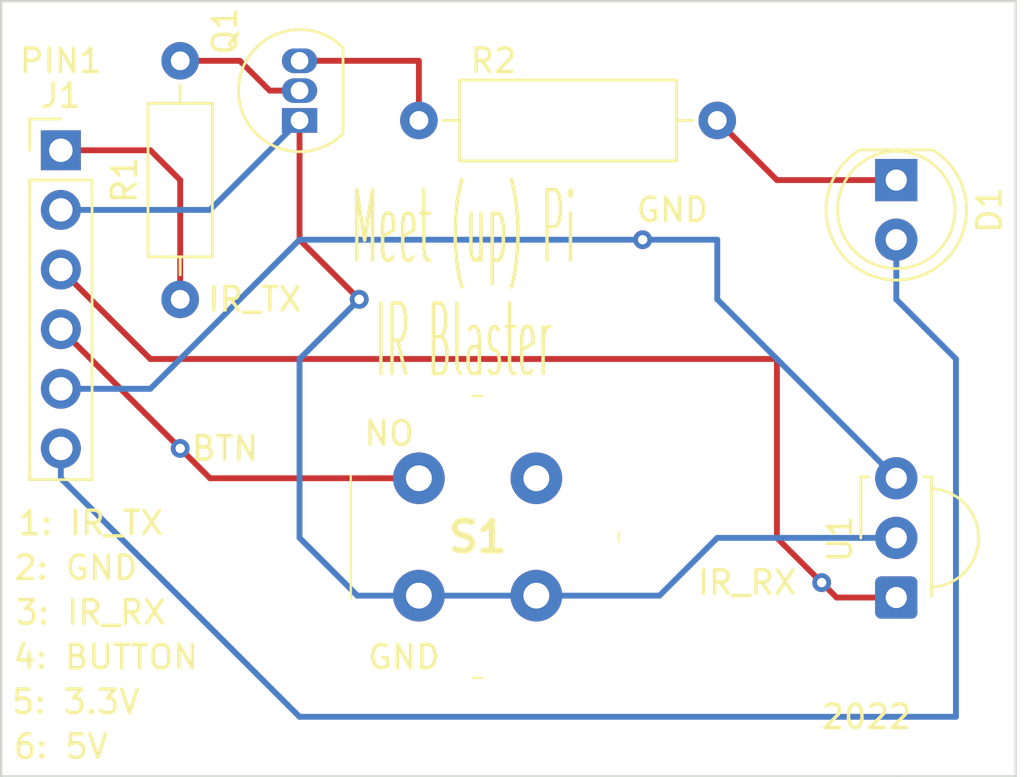
<source format=kicad_pcb>
(kicad_pcb (version 20211014) (generator pcbnew)
  (layers (0 "F.Cu" signal) (31 "B.Cu" signal) (34 "B.Paste" user) (35 "F.Paste" user) (36 "B.SilkS" user "B.Silkscreen") (37 "F.SilkS" user "F.Silkscreen") (38 "B.Mask" user) (39 "F.Mask" user) (44 "Edge.Cuts" user))
  (net 0 "")
  (net 1 "Net-(D1-Pad1)")
  (net 2 "+5V")
  (net 3 "/IR_TX")
  (net 4 "GND")
  (net 5 "/IR_RX")
  (net 6 "/BTN_ACTION")
  (net 7 "+3V3")
  (net 8 "Net-(Q1-Pad2)")
  (net 9 "Net-(Q1-Pad3)")
  (footprint "Package_TO_SOT_THT:TO-92_Inline" (layer "F.Cu") (at 147.32 81.28 90)
    (fp_text reference "Q1" (at 3.81 -3.175 90) (layer "F.SilkS"))
    (fp_text value "2N3904")
    (fp_line (start -0.53 1.85) (end 3.07 1.85) (layer "F.SilkS") (width 0.12))
    (fp_arc (start 1.27 -2.6) (mid 3.672087 -0.994977) (end 3.108478 1.838478) (layer "F.SilkS") (width 0.12))
    (fp_arc (start -0.568478 1.838478) (mid -1.132087 -0.994977) (end 1.27 -2.6) (layer "F.SilkS") (width 0.12))
    (pad "1" thru_hole rect (at 0 0 90) (size 1.05 1.5) (drill 0.75) (layers *.Cu *.Mask) (net 4 "GND"))
    (pad "2" thru_hole oval (at 1.27 0 90) (size 1.05 1.5) (drill 0.75) (layers *.Cu *.Mask) (net 8 "Net-(Q1-Pad2)"))
    (pad "3" thru_hole oval (at 2.54 0 90) (size 1.05 1.5) (drill 0.75) (layers *.Cu *.Mask) (net 9 "Net-(Q1-Pad3)"))
  )
  (footprint "OptoDevice:Vishay_MINICAST-3Pin" (layer "F.Cu") (at 172.72 101.6 90)
    (fp_text reference "U1" (at 2.5 -2.4 90) (layer "F.SilkS"))
    (fp_text value "TSOP382xx")
    (fp_line (start 5.14 1.16) (end 5.14 1.5) (layer "F.SilkS") (width 0.12))
    (fp_line (start 5.14 -1.51) (end 2.54 -1.51) (layer "F.SilkS") (width 0.12))
    (fp_line (start 5.14 1.5) (end 0.05 1.5) (layer "F.SilkS") (width 0.12))
    (fp_line (start 5.14 -1.16) (end 5.14 -1.51) (layer "F.SilkS") (width 0.12))
    (fp_arc (start 4.64 1.5) (mid 2.540869 3.502378) (end 0.440083 1.501736) (layer "F.SilkS") (width 0.12))
    (pad "1" thru_hole roundrect (at 0 0 90) (size 1.8 1.8) (drill 0.9) (layers *.Cu *.Mask) (roundrect_rratio 0.139) (net 5 "/IR_RX"))
    (pad "2" thru_hole circle (at 2.54 0 90) (size 1.8 1.8) (drill 0.9) (layers *.Cu *.Mask) (net 4 "GND"))
    (pad "3" thru_hole circle (at 5.08 0 90) (size 1.8 1.8) (drill 0.9) (layers *.Cu *.Mask) (net 7 "+3V3"))
  )
  (footprint "Connector_PinHeader_2.54mm:PinHeader_1x06_P2.54mm_Vertical" (layer "F.Cu") (at 137.16 82.55)
    (fp_text reference "J1" (at 0 -2.33) (layer "F.SilkS"))
    (fp_text value "Conn_01x06_Male")
    (fp_line (start -1.33 14.03) (end 1.33 14.03) (layer "F.SilkS") (width 0.12))
    (fp_line (start -1.33 1.27) (end 1.33 1.27) (layer "F.SilkS") (width 0.12))
    (fp_line (start -1.33 0) (end -1.33 -1.33) (layer "F.SilkS") (width 0.12))
    (fp_line (start 1.33 1.27) (end 1.33 14.03) (layer "F.SilkS") (width 0.12))
    (fp_line (start -1.33 -1.33) (end 0 -1.33) (layer "F.SilkS") (width 0.12))
    (fp_line (start -1.33 1.27) (end -1.33 14.03) (layer "F.SilkS") (width 0.12))
    (pad "1" thru_hole rect (at 0 0) (size 1.7 1.7) (drill 1) (layers *.Cu *.Mask) (net 3 "/IR_TX"))
    (pad "2" thru_hole oval (at 0 2.54) (size 1.7 1.7) (drill 1) (layers *.Cu *.Mask) (net 4 "GND"))
    (pad "3" thru_hole oval (at 0 5.08) (size 1.7 1.7) (drill 1) (layers *.Cu *.Mask) (net 5 "/IR_RX"))
    (pad "4" thru_hole oval (at 0 7.62) (size 1.7 1.7) (drill 1) (layers *.Cu *.Mask) (net 6 "/BTN_ACTION"))
    (pad "5" thru_hole oval (at 0 10.16) (size 1.7 1.7) (drill 1) (layers *.Cu *.Mask) (net 7 "+3V3"))
    (pad "6" thru_hole oval (at 0 12.7) (size 1.7 1.7) (drill 1) (layers *.Cu *.Mask) (net 2 "+5V"))
  )
  (footprint "LED_THT:LED_D5.0mm_IRGrey" (layer "F.Cu") (at 172.72 83.82 -90)
    (fp_text reference "D1" (at 1.27 -3.96 90) (layer "F.SilkS"))
    (fp_text value "LD271")
    (fp_line (start -1.29 -1.545) (end -1.29 1.545) (layer "F.SilkS") (width 0.12))
    (fp_arc (start 4.26 -0.000462) (mid 2.072002 2.880433) (end -1.29 1.54483) (layer "F.SilkS") (width 0.12))
    (fp_arc (start -1.29 -1.54483) (mid 2.072002 -2.880433) (end 4.26 0.000462) (layer "F.SilkS") (width 0.12))
    (fp_circle (center 1.27 0) (end 3.77 0) (layer "F.SilkS") (width 0.12) (fill none))
    (pad "1" thru_hole rect (at 0 0 270) (size 1.8 1.8) (drill 0.9) (layers *.Cu *.Mask) (net 1 "Net-(D1-Pad1)"))
    (pad "2" thru_hole circle (at 2.54 0 270) (size 1.8 1.8) (drill 0.9) (layers *.Cu *.Mask) (net 2 "+5V"))
  )
  (footprint "Resistor_THT:R_Axial_DIN0309_L9.0mm_D3.2mm_P12.70mm_Horizontal" (layer "F.Cu") (at 165.1 81.28 180)
    (fp_text reference "R2" (at 9.525 2.54) (layer "F.SilkS"))
    (fp_text value "56")
    (fp_line (start 11.66 0) (end 10.97 0) (layer "F.SilkS") (width 0.12))
    (fp_line (start 1.73 -1.72) (end 1.73 1.72) (layer "F.SilkS") (width 0.12))
    (fp_line (start 10.97 -1.72) (end 1.73 -1.72) (layer "F.SilkS") (width 0.12))
    (fp_line (start 1.04 0) (end 1.73 0) (layer "F.SilkS") (width 0.12))
    (fp_line (start 10.97 1.72) (end 10.97 -1.72) (layer "F.SilkS") (width 0.12))
    (fp_line (start 1.73 1.72) (end 10.97 1.72) (layer "F.SilkS") (width 0.12))
    (pad "1" thru_hole circle (at 0 0 180) (size 1.6 1.6) (drill 0.8) (layers *.Cu *.Mask) (net 1 "Net-(D1-Pad1)"))
    (pad "2" thru_hole oval (at 12.7 0 180) (size 1.6 1.6) (drill 0.8) (layers *.Cu *.Mask) (net 9 "Net-(Q1-Pad3)"))
  )
  (footprint "library Loader:D6C50F2LFS" (layer "F.Cu") (at 152.4 96.52)
    (fp_text reference "S1" (at 2.5 2.5) (layer "F.SilkS") (effects (font (size 1.27 1.27) (thickness 0.254))))
    (fp_text value "D6C50F2LFS" hide)
    (fp_line (start 2.3 8.5) (end 2.7 8.5) (layer "F.SilkS") (width 0.1))
    (fp_line (start -2.9 -0.1) (end -2.9 5.1) (layer "F.SilkS") (width 0.1))
    (fp_line (start 8.5 2.3) (end 8.5 2.7) (layer "F.SilkS") (width 0.1))
    (fp_line (start 2.3 -3.5) (end 2.7 -3.5) (layer "F.SilkS") (width 0.1))
    (pad "1" thru_hole circle locked (at 0 0) (size 2.2 2.2) (drill 1.1) (layers *.Cu *.Mask) (net 6 "/BTN_ACTION"))
    (pad "2" thru_hole circle locked (at 5 0) (size 2.2 2.2) (drill 1.1) (layers *.Cu *.Mask))
    (pad "3" thru_hole circle locked (at 0 5) (size 2.2 2.2) (drill 1.1) (layers *.Cu *.Mask) (net 4 "GND"))
    (pad "4" thru_hole circle locked (at 5 5) (size 2.2 2.2) (drill 1.1) (layers *.Cu *.Mask) (net 4 "GND"))
  )
  (footprint "Resistor_THT:R_Axial_DIN0207_L6.3mm_D2.5mm_P10.16mm_Horizontal" (layer "F.Cu") (at 142.24 88.9 90)
    (fp_text reference "R1" (at 5.08 -2.37 90) (layer "F.SilkS"))
    (fp_text value "330")
    (fp_line (start 1.81 -1.37) (end 1.81 1.37) (layer "F.SilkS") (width 0.12))
    (fp_line (start 9.12 0) (end 8.35 0) (layer "F.SilkS") (width 0.12))
    (fp_line (start 1.04 0) (end 1.81 0) (layer "F.SilkS") (width 0.12))
    (fp_line (start 1.81 1.37) (end 8.35 1.37) (layer "F.SilkS") (width 0.12))
    (fp_line (start 8.35 -1.37) (end 1.81 -1.37) (layer "F.SilkS") (width 0.12))
    (fp_line (start 8.35 1.37) (end 8.35 -1.37) (layer "F.SilkS") (width 0.12))
    (pad "1" thru_hole circle (at 0 0 90) (size 1.6 1.6) (drill 0.8) (layers *.Cu *.Mask) (net 3 "/IR_TX"))
    (pad "2" thru_hole oval (at 10.16 0 90) (size 1.6 1.6) (drill 0.8) (layers *.Cu *.Mask) (net 8 "Net-(Q1-Pad2)"))
  )
  (gr_line (start 177.8 76.2) (end 134.62 76.2) (layer "Edge.Cuts") (width 0.1))
  (gr_line (start 134.62 109.22) (end 172.72 109.22) (layer "Edge.Cuts") (width 0.1))
  (gr_line (start 172.72 109.22) (end 177.8 109.22) (layer "Edge.Cuts") (width 0.1))
  (gr_line (start 177.8 109.22) (end 177.8 76.2) (layer "Edge.Cuts") (width 0.1))
  (gr_line (start 134.62 76.2) (end 134.62 109.22) (layer "Edge.Cuts") (width 0.1))
  (gr_text "IR_RX" (at 166.37 100.965) (layer "F.SilkS") (effects (font (size 1 1))))
  (gr_text "PIN1" (at 137.16 78.74) (layer "F.SilkS") (effects (font (size 1 1))))
  (gr_text "6: 5V" (at 137.16 107.95) (layer "F.SilkS") (effects (font (size 1 1))))
  (gr_text "NO" (at 151.13 94.615) (layer "F.SilkS") (effects (font (size 1 1))))
  (gr_text "5: 3.3V" (at 137.795 106.045) (layer "F.SilkS") (effects (font (size 1 1))))
  (gr_text "IR_TX" (at 145.415 88.9) (layer "F.SilkS") (effects (font (size 1 1))))
  (gr_text "1: IR_TX" (at 138.43 98.425) (layer "F.SilkS") (effects (font (size 1 1))))
  (gr_text "2: GND" (at 137.795 100.33) (layer "F.SilkS") (effects (font (size 1 1))))
  (gr_text "4: BUTTON" (at 139.065 104.14) (layer "F.SilkS") (effects (font (size 1 1))))
  (gr_text "GND" (at 163.195 85.09) (layer "F.SilkS") (effects (font (size 1 1))))
  (gr_text "GND" (at 151.765 104.14) (layer "F.SilkS") (effects (font (size 1 1))))
  (gr_text "Meet (up) Pi\nIR Blaster" (at 154.305 88.265) (layer "F.SilkS") (effects (font (size 3 1))))
  (gr_text "3: IR_RX" (at 138.43 102.235) (layer "F.SilkS") (effects (font (size 1 1))))
  (gr_text "2022" (at 171.45 106.68) (layer "F.SilkS") (effects (font (size 1 1))))
  (gr_text "BTN" (at 144.145 95.25) (layer "F.SilkS") (effects (font (size 1 1))))
  (segment (start 172.72 83.82) (end 167.64 83.82) (width 0.25) (layer "F.Cu") (net 1))
  (segment (start 167.64 83.82) (end 165.1 81.28) (width 0.25) (layer "F.Cu") (net 1))
  (segment (start 147.32 106.68) (end 137.16 96.52) (width 0.25) (layer "B.Cu") (net 2))
  (segment (start 172.72 88.9) (end 175.26 91.44) (width 0.25) (layer "B.Cu") (net 2))
  (segment (start 175.26 91.44) (end 175.26 106.68) (width 0.25) (layer "B.Cu") (net 2))
  (segment (start 175.26 106.68) (end 147.32 106.68) (width 0.25) (layer "B.Cu") (net 2))
  (segment (start 137.16 96.52) (end 137.16 95.25) (width 0.25) (layer "B.Cu") (net 2))
  (segment (start 172.72 86.36) (end 172.72 88.9) (width 0.25) (layer "B.Cu") (net 2))
  (segment (start 142.24 88.9) (end 142.24 83.82) (width 0.25) (layer "F.Cu") (net 3))
  (segment (start 140.97 82.55) (end 137.16 82.55) (width 0.25) (layer "F.Cu") (net 3))
  (segment (start 142.24 83.82) (end 140.97 82.55) (width 0.25) (layer "F.Cu") (net 3))
  (segment (start 147.32 86.36) (end 147.32 81.28) (width 0.25) (layer "F.Cu") (net 4))
  (segment (start 149.86 88.9) (end 147.32 86.36) (width 0.25) (layer "F.Cu") (net 4))
  (via (at 149.86 88.9) (size 0.8) (drill 0.4) (layers "F.Cu" "B.Cu") (net 4))
  (via (at 149.86 88.9) (size 0.8) (drill 0.4) (layers "F.Cu" "B.Cu") (net 4))
  (segment (start 137.16 85.09) (end 143.51 85.09) (width 0.25) (layer "B.Cu") (net 4))
  (segment (start 152.4 101.52) (end 149.78 101.52) (width 0.25) (layer "B.Cu") (net 4))
  (segment (start 152.4 101.52) (end 157.4 101.52) (width 0.25) (layer "B.Cu") (net 4))
  (segment (start 143.51 85.09) (end 147.32 81.28) (width 0.25) (layer "B.Cu") (net 4))
  (segment (start 162.64 101.52) (end 165.1 99.06) (width 0.25) (layer "B.Cu") (net 4))
  (segment (start 157.4 101.52) (end 162.64 101.52) (width 0.25) (layer "B.Cu") (net 4))
  (segment (start 147.32 91.44) (end 149.86 88.9) (width 0.25) (layer "B.Cu") (net 4))
  (segment (start 149.78 101.52) (end 147.32 99.06) (width 0.25) (layer "B.Cu") (net 4))
  (segment (start 147.32 99.06) (end 147.32 91.44) (width 0.25) (layer "B.Cu") (net 4))
  (segment (start 165.1 99.06) (end 172.72 99.06) (width 0.25) (layer "B.Cu") (net 4))
  (segment (start 172.72 101.6) (end 170.18 101.6) (width 0.25) (layer "F.Cu") (net 5))
  (segment (start 170.18 101.6) (end 169.545 100.965) (width 0.25) (layer "F.Cu") (net 5))
  (segment (start 140.97 91.44) (end 137.16 87.63) (width 0.25) (layer "F.Cu") (net 5))
  (segment (start 167.64 91.44) (end 140.97 91.44) (width 0.25) (layer "F.Cu") (net 5))
  (segment (start 167.64 99.06) (end 167.64 91.44) (width 0.25) (layer "F.Cu") (net 5))
  (segment (start 169.545 100.965) (end 167.64 99.06) (width 0.25) (layer "F.Cu") (net 5))
  (via (at 169.545 100.965) (size 0.8) (drill 0.4) (layers "F.Cu" "B.Cu") (net 5))
  (segment (start 152.4 96.52) (end 143.51 96.52) (width 0.25) (layer "F.Cu") (net 6))
  (segment (start 142.24 95.25) (end 137.16 90.17) (width 0.25) (layer "F.Cu") (net 6))
  (segment (start 143.51 96.52) (end 142.24 95.25) (width 0.25) (layer "F.Cu") (net 6))
  (via (at 142.24 95.25) (size 0.8) (drill 0.4) (layers "F.Cu" "B.Cu") (net 6))
  (via (at 161.925 86.36) (size 0.8) (drill 0.4) (layers "F.Cu" "B.Cu") (net 7))
  (segment (start 144.78 88.9) (end 140.97 92.71) (width 0.25) (layer "B.Cu") (net 7))
  (segment (start 147.32 86.36) (end 149.86 86.36) (width 0.25) (layer "B.Cu") (net 7))
  (segment (start 149.86 86.36) (end 161.925 86.36) (width 0.25) (layer "B.Cu") (net 7))
  (segment (start 140.97 92.71) (end 137.16 92.71) (width 0.25) (layer "B.Cu") (net 7))
  (segment (start 161.925 86.36) (end 165.1 86.36) (width 0.25) (layer "B.Cu") (net 7))
  (segment (start 144.78 88.9) (end 147.32 86.36) (width 0.25) (layer "B.Cu") (net 7))
  (segment (start 165.1 86.36) (end 165.1 88.9) (width 0.25) (layer "B.Cu") (net 7))
  (segment (start 172.72 96.52) (end 165.1 88.9) (width 0.25) (layer "B.Cu") (net 7))
  (segment (start 142.24 78.74) (end 144.78 78.74) (width 0.25) (layer "F.Cu") (net 8))
  (segment (start 144.78 78.74) (end 146.05 80.01) (width 0.25) (layer "F.Cu") (net 8))
  (segment (start 146.05 80.01) (end 147.32 80.01) (width 0.25) (layer "F.Cu") (net 8))
  (segment (start 152.4 81.28) (end 152.4 78.74) (width 0.25) (layer "F.Cu") (net 9))
  (segment (start 152.4 78.74) (end 147.32 78.74) (width 0.25) (layer "F.Cu") (net 9))
)
</source>
